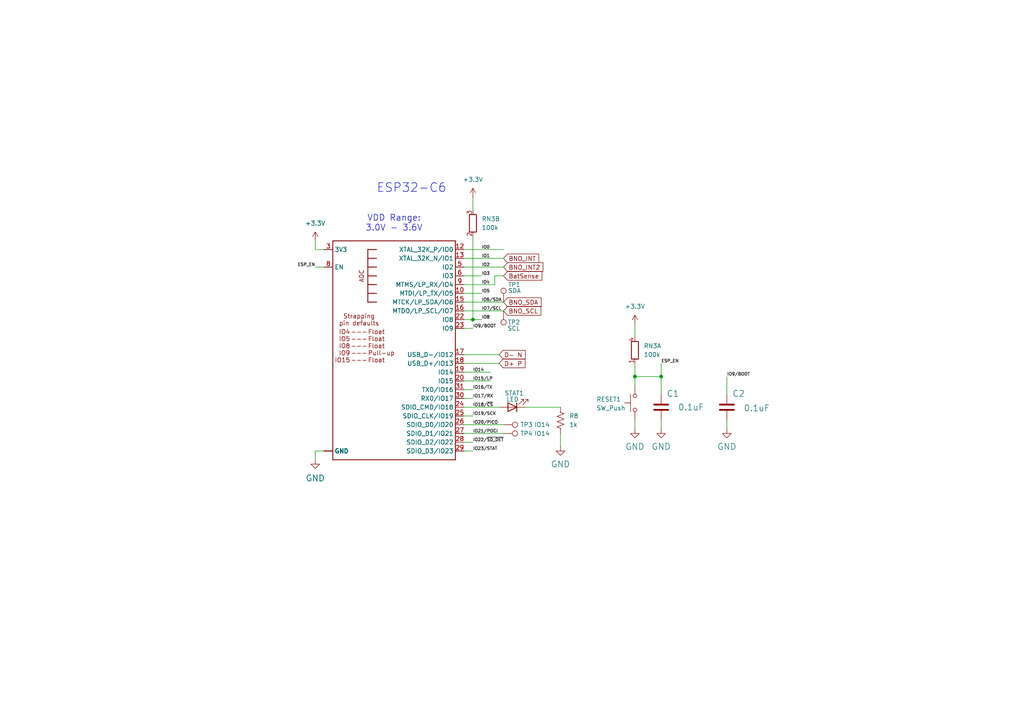
<source format=kicad_sch>
(kicad_sch
	(version 20231120)
	(generator "eeschema")
	(generator_version "8.0")
	(uuid "3edd17f1-d969-451b-9ee0-2404c373306e")
	(paper "A4")
	(lib_symbols
		(symbol "power:+3.3V"
			(power)
			(pin_numbers hide)
			(pin_names
				(offset 0) hide)
			(exclude_from_sim no)
			(in_bom yes)
			(on_board yes)
			(property "Reference" "#PWR"
				(at 0 -3.81 0)
				(effects
					(font
						(size 1.27 1.27)
					)
					(hide yes)
				)
			)
			(property "Value" "+3.3V"
				(at 0 3.556 0)
				(effects
					(font
						(size 1.27 1.27)
					)
				)
			)
			(property "Footprint" ""
				(at 0 0 0)
				(effects
					(font
						(size 1.27 1.27)
					)
					(hide yes)
				)
			)
			(property "Datasheet" ""
				(at 0 0 0)
				(effects
					(font
						(size 1.27 1.27)
					)
					(hide yes)
				)
			)
			(property "Description" "Power symbol creates a global label with name \"+3.3V\""
				(at 0 0 0)
				(effects
					(font
						(size 1.27 1.27)
					)
					(hide yes)
				)
			)
			(property "ki_keywords" "global power"
				(at 0 0 0)
				(effects
					(font
						(size 1.27 1.27)
					)
					(hide yes)
				)
			)
			(symbol "+3.3V_0_1"
				(polyline
					(pts
						(xy -0.762 1.27) (xy 0 2.54)
					)
					(stroke
						(width 0)
						(type default)
					)
					(fill
						(type none)
					)
				)
				(polyline
					(pts
						(xy 0 0) (xy 0 2.54)
					)
					(stroke
						(width 0)
						(type default)
					)
					(fill
						(type none)
					)
				)
				(polyline
					(pts
						(xy 0 2.54) (xy 0.762 1.27)
					)
					(stroke
						(width 0)
						(type default)
					)
					(fill
						(type none)
					)
				)
			)
			(symbol "+3.3V_1_1"
				(pin power_in line
					(at 0 0 90)
					(length 0)
					(name "~"
						(effects
							(font
								(size 1.27 1.27)
							)
						)
					)
					(number "1"
						(effects
							(font
								(size 1.27 1.27)
							)
						)
					)
				)
			)
		)
		(symbol "power:GND"
			(power)
			(pin_numbers hide)
			(pin_names
				(offset 0) hide)
			(exclude_from_sim no)
			(in_bom yes)
			(on_board yes)
			(property "Reference" "#PWR"
				(at 0 -6.35 0)
				(effects
					(font
						(size 1.27 1.27)
					)
					(hide yes)
				)
			)
			(property "Value" "GND"
				(at 0 -3.81 0)
				(effects
					(font
						(size 1.27 1.27)
					)
				)
			)
			(property "Footprint" ""
				(at 0 0 0)
				(effects
					(font
						(size 1.27 1.27)
					)
					(hide yes)
				)
			)
			(property "Datasheet" ""
				(at 0 0 0)
				(effects
					(font
						(size 1.27 1.27)
					)
					(hide yes)
				)
			)
			(property "Description" "Power symbol creates a global label with name \"GND\" , ground"
				(at 0 0 0)
				(effects
					(font
						(size 1.27 1.27)
					)
					(hide yes)
				)
			)
			(property "ki_keywords" "global power"
				(at 0 0 0)
				(effects
					(font
						(size 1.27 1.27)
					)
					(hide yes)
				)
			)
			(symbol "GND_0_1"
				(polyline
					(pts
						(xy 0 0) (xy 0 -1.27) (xy 1.27 -1.27) (xy 0 -2.54) (xy -1.27 -1.27) (xy 0 -1.27)
					)
					(stroke
						(width 0)
						(type default)
					)
					(fill
						(type none)
					)
				)
			)
			(symbol "GND_1_1"
				(pin power_in line
					(at 0 0 270)
					(length 0)
					(name "~"
						(effects
							(font
								(size 1.27 1.27)
							)
						)
					)
					(number "1"
						(effects
							(font
								(size 1.27 1.27)
							)
						)
					)
				)
			)
		)
		(symbol "uSlime:C"
			(pin_numbers hide)
			(pin_names
				(offset 0.254)
			)
			(exclude_from_sim no)
			(in_bom yes)
			(on_board yes)
			(property "Reference" "C"
				(at 0.635 2.54 0)
				(effects
					(font
						(size 1.27 1.27)
					)
					(justify left)
				)
			)
			(property "Value" "C"
				(at 0.635 -2.54 0)
				(effects
					(font
						(size 1.27 1.27)
					)
					(justify left)
				)
			)
			(property "Footprint" "Capacitor_SMD:C_0402_1005Metric"
				(at 0.9652 -3.81 0)
				(effects
					(font
						(size 1.27 1.27)
					)
					(hide yes)
				)
			)
			(property "Datasheet" "~"
				(at 0 0 0)
				(effects
					(font
						(size 1.27 1.27)
					)
					(hide yes)
				)
			)
			(property "Description" "Unpolarized capacitor"
				(at 0 0 0)
				(effects
					(font
						(size 1.27 1.27)
					)
					(hide yes)
				)
			)
			(property "ki_keywords" "cap capacitor"
				(at 0 0 0)
				(effects
					(font
						(size 1.27 1.27)
					)
					(hide yes)
				)
			)
			(property "ki_fp_filters" "C_*"
				(at 0 0 0)
				(effects
					(font
						(size 1.27 1.27)
					)
					(hide yes)
				)
			)
			(symbol "C_0_1"
				(polyline
					(pts
						(xy -2.032 -0.762) (xy 2.032 -0.762)
					)
					(stroke
						(width 0.508)
						(type default)
					)
					(fill
						(type none)
					)
				)
				(polyline
					(pts
						(xy -2.032 0.762) (xy 2.032 0.762)
					)
					(stroke
						(width 0.508)
						(type default)
					)
					(fill
						(type none)
					)
				)
			)
			(symbol "C_1_1"
				(pin passive line
					(at 0 3.81 270)
					(length 2.794)
					(name "~"
						(effects
							(font
								(size 1.27 1.27)
							)
						)
					)
					(number "1"
						(effects
							(font
								(size 1.27 1.27)
							)
						)
					)
				)
				(pin passive line
					(at 0 -3.81 90)
					(length 2.794)
					(name "~"
						(effects
							(font
								(size 1.27 1.27)
							)
						)
					)
					(number "2"
						(effects
							(font
								(size 1.27 1.27)
							)
						)
					)
				)
			)
		)
		(symbol "uSlime:ESP32-C6-MINI-1"
			(exclude_from_sim no)
			(in_bom yes)
			(on_board yes)
			(property "Reference" "U8"
				(at -17.78 33.02 0)
				(effects
					(font
						(size 1.778 1.778)
					)
					(justify left top)
					(hide yes)
				)
			)
			(property "Value" "ESP32-C6-MINI-1"
				(at -17.78 -35.56 0)
				(effects
					(font
						(size 1.778 1.778)
					)
					(justify left bottom)
					(hide yes)
				)
			)
			(property "Footprint" "PCM_Espressif:ESP32-C6-MINI-1"
				(at 0 0 0)
				(effects
					(font
						(size 1.27 1.27)
					)
					(hide yes)
				)
			)
			(property "Datasheet" ""
				(at 0 0 0)
				(effects
					(font
						(size 1.27 1.27)
					)
					(hide yes)
				)
			)
			(property "Description" ""
				(at 0 0 0)
				(effects
					(font
						(size 1.27 1.27)
					)
					(hide yes)
				)
			)
			(symbol "ESP32-C6-MINI-1_1_0"
				(polyline
					(pts
						(xy -17.78 -33.02) (xy 17.78 -33.02)
					)
					(stroke
						(width 0.254)
						(type solid)
					)
					(fill
						(type none)
					)
				)
				(polyline
					(pts
						(xy -17.78 30.48) (xy -17.78 -33.02)
					)
					(stroke
						(width 0.254)
						(type solid)
					)
					(fill
						(type none)
					)
				)
				(polyline
					(pts
						(xy -7.62 12.7) (xy -7.62 15.24)
					)
					(stroke
						(width 0.254)
						(type solid)
					)
					(fill
						(type none)
					)
				)
				(polyline
					(pts
						(xy -7.62 15.24) (xy -7.62 17.78)
					)
					(stroke
						(width 0.254)
						(type solid)
					)
					(fill
						(type none)
					)
				)
				(polyline
					(pts
						(xy -7.62 15.24) (xy -5.08 15.24)
					)
					(stroke
						(width 0.254)
						(type solid)
					)
					(fill
						(type none)
					)
				)
				(polyline
					(pts
						(xy -7.62 17.78) (xy -7.62 20.32)
					)
					(stroke
						(width 0.254)
						(type solid)
					)
					(fill
						(type none)
					)
				)
				(polyline
					(pts
						(xy -7.62 17.78) (xy -5.08 17.78)
					)
					(stroke
						(width 0.254)
						(type solid)
					)
					(fill
						(type none)
					)
				)
				(polyline
					(pts
						(xy -7.62 20.32) (xy -7.62 22.86)
					)
					(stroke
						(width 0.254)
						(type solid)
					)
					(fill
						(type none)
					)
				)
				(polyline
					(pts
						(xy -7.62 20.32) (xy -5.08 20.32)
					)
					(stroke
						(width 0.254)
						(type solid)
					)
					(fill
						(type none)
					)
				)
				(polyline
					(pts
						(xy -7.62 22.86) (xy -7.62 25.4)
					)
					(stroke
						(width 0.254)
						(type solid)
					)
					(fill
						(type none)
					)
				)
				(polyline
					(pts
						(xy -7.62 22.86) (xy -5.08 22.86)
					)
					(stroke
						(width 0.254)
						(type solid)
					)
					(fill
						(type none)
					)
				)
				(polyline
					(pts
						(xy -7.62 25.4) (xy -7.62 27.94)
					)
					(stroke
						(width 0.254)
						(type solid)
					)
					(fill
						(type none)
					)
				)
				(polyline
					(pts
						(xy -7.62 25.4) (xy -5.08 25.4)
					)
					(stroke
						(width 0.254)
						(type solid)
					)
					(fill
						(type none)
					)
				)
				(polyline
					(pts
						(xy -7.62 27.94) (xy -5.08 27.94)
					)
					(stroke
						(width 0.254)
						(type solid)
					)
					(fill
						(type none)
					)
				)
				(polyline
					(pts
						(xy -5.08 12.7) (xy -7.62 12.7)
					)
					(stroke
						(width 0.254)
						(type solid)
					)
					(fill
						(type none)
					)
				)
				(polyline
					(pts
						(xy 17.78 -33.02) (xy 17.78 30.48)
					)
					(stroke
						(width 0.254)
						(type solid)
					)
					(fill
						(type none)
					)
				)
				(polyline
					(pts
						(xy 17.78 30.48) (xy -17.78 30.48)
					)
					(stroke
						(width 0.254)
						(type solid)
					)
					(fill
						(type none)
					)
				)
				(text "---\n---\n---\n---\n---"
					(at -10.16 0 0)
					(effects
						(font
							(size 1.27 1.27)
						)
					)
				)
				(text "ADC"
					(at -10.16 20.32 900)
					(effects
						(font
							(size 1.27 1.27)
						)
						(justify top)
					)
				)
				(text "Float\nFloat\nFloat\nPull-up\nFloat"
					(at -7.62 0 0)
					(effects
						(font
							(size 1.27 1.27)
						)
						(justify left)
					)
				)
				(text "IO4\nIO5\nIO8\nIO9\nIO15"
					(at -12.7 0 0)
					(effects
						(font
							(size 1.27 1.27)
						)
						(justify right)
					)
				)
				(text "Strapping\npin defaults"
					(at -10.16 7.62 0)
					(effects
						(font
							(size 1.27 1.27)
						)
					)
				)
				(pin bidirectional line
					(at -20.32 -30.48 0)
					(length 2.54)
					(name "GND"
						(effects
							(font
								(size 1.27 1.27)
							)
						)
					)
					(number "1"
						(effects
							(font
								(size 0 0)
							)
						)
					)
				)
				(pin bidirectional line
					(at 20.32 15.24 180)
					(length 2.54)
					(name "MTDI/LP_TX/IO5"
						(effects
							(font
								(size 1.27 1.27)
							)
						)
					)
					(number "10"
						(effects
							(font
								(size 1.27 1.27)
							)
						)
					)
				)
				(pin bidirectional line
					(at -20.32 -30.48 0)
					(length 2.54)
					(name "GND"
						(effects
							(font
								(size 1.27 1.27)
							)
						)
					)
					(number "11"
						(effects
							(font
								(size 0 0)
							)
						)
					)
				)
				(pin bidirectional line
					(at 20.32 27.94 180)
					(length 2.54)
					(name "XTAL_32K_P/IO0"
						(effects
							(font
								(size 1.27 1.27)
							)
						)
					)
					(number "12"
						(effects
							(font
								(size 1.27 1.27)
							)
						)
					)
				)
				(pin bidirectional line
					(at 20.32 25.4 180)
					(length 2.54)
					(name "XTAL_32K_N/IO1"
						(effects
							(font
								(size 1.27 1.27)
							)
						)
					)
					(number "13"
						(effects
							(font
								(size 1.27 1.27)
							)
						)
					)
				)
				(pin bidirectional line
					(at -20.32 -30.48 0)
					(length 2.54)
					(name "GND"
						(effects
							(font
								(size 1.27 1.27)
							)
						)
					)
					(number "14"
						(effects
							(font
								(size 0 0)
							)
						)
					)
				)
				(pin bidirectional line
					(at 20.32 12.7 180)
					(length 2.54)
					(name "MTCK/LP_SDA/IO6"
						(effects
							(font
								(size 1.27 1.27)
							)
						)
					)
					(number "15"
						(effects
							(font
								(size 1.27 1.27)
							)
						)
					)
				)
				(pin bidirectional line
					(at 20.32 10.16 180)
					(length 2.54)
					(name "MTDO/LP_SCL/IO7"
						(effects
							(font
								(size 1.27 1.27)
							)
						)
					)
					(number "16"
						(effects
							(font
								(size 1.27 1.27)
							)
						)
					)
				)
				(pin bidirectional line
					(at 20.32 -2.54 180)
					(length 2.54)
					(name "USB_D-/IO12"
						(effects
							(font
								(size 1.27 1.27)
							)
						)
					)
					(number "17"
						(effects
							(font
								(size 1.27 1.27)
							)
						)
					)
				)
				(pin bidirectional line
					(at 20.32 -5.08 180)
					(length 2.54)
					(name "USB_D+/IO13"
						(effects
							(font
								(size 1.27 1.27)
							)
						)
					)
					(number "18"
						(effects
							(font
								(size 1.27 1.27)
							)
						)
					)
				)
				(pin bidirectional line
					(at 20.32 -7.62 180)
					(length 2.54)
					(name "IO14"
						(effects
							(font
								(size 1.27 1.27)
							)
						)
					)
					(number "19"
						(effects
							(font
								(size 1.27 1.27)
							)
						)
					)
				)
				(pin bidirectional line
					(at -20.32 -30.48 0)
					(length 2.54)
					(name "GND"
						(effects
							(font
								(size 1.27 1.27)
							)
						)
					)
					(number "2"
						(effects
							(font
								(size 0 0)
							)
						)
					)
				)
				(pin bidirectional line
					(at 20.32 -10.16 180)
					(length 2.54)
					(name "IO15"
						(effects
							(font
								(size 1.27 1.27)
							)
						)
					)
					(number "20"
						(effects
							(font
								(size 1.27 1.27)
							)
						)
					)
				)
				(pin bidirectional line
					(at 20.32 7.62 180)
					(length 2.54)
					(name "IO8"
						(effects
							(font
								(size 1.27 1.27)
							)
						)
					)
					(number "22"
						(effects
							(font
								(size 1.27 1.27)
							)
						)
					)
				)
				(pin bidirectional line
					(at 20.32 5.08 180)
					(length 2.54)
					(name "IO9"
						(effects
							(font
								(size 1.27 1.27)
							)
						)
					)
					(number "23"
						(effects
							(font
								(size 1.27 1.27)
							)
						)
					)
				)
				(pin bidirectional line
					(at 20.32 -17.78 180)
					(length 2.54)
					(name "SDIO_CMD/IO18"
						(effects
							(font
								(size 1.27 1.27)
							)
						)
					)
					(number "24"
						(effects
							(font
								(size 1.27 1.27)
							)
						)
					)
				)
				(pin bidirectional line
					(at 20.32 -20.32 180)
					(length 2.54)
					(name "SDIO_CLK/IO19"
						(effects
							(font
								(size 1.27 1.27)
							)
						)
					)
					(number "25"
						(effects
							(font
								(size 1.27 1.27)
							)
						)
					)
				)
				(pin bidirectional line
					(at 20.32 -22.86 180)
					(length 2.54)
					(name "SDIO_D0/IO20"
						(effects
							(font
								(size 1.27 1.27)
							)
						)
					)
					(number "26"
						(effects
							(font
								(size 1.27 1.27)
							)
						)
					)
				)
				(pin bidirectional line
					(at 20.32 -25.4 180)
					(length 2.54)
					(name "SDIO_D1/IO21"
						(effects
							(font
								(size 1.27 1.27)
							)
						)
					)
					(number "27"
						(effects
							(font
								(size 1.27 1.27)
							)
						)
					)
				)
				(pin bidirectional line
					(at 20.32 -27.94 180)
					(length 2.54)
					(name "SDIO_D2/IO22"
						(effects
							(font
								(size 1.27 1.27)
							)
						)
					)
					(number "28"
						(effects
							(font
								(size 1.27 1.27)
							)
						)
					)
				)
				(pin bidirectional line
					(at 20.32 -30.48 180)
					(length 2.54)
					(name "SDIO_D3/IO23"
						(effects
							(font
								(size 1.27 1.27)
							)
						)
					)
					(number "29"
						(effects
							(font
								(size 1.27 1.27)
							)
						)
					)
				)
				(pin bidirectional line
					(at -20.32 27.94 0)
					(length 2.54)
					(name "3V3"
						(effects
							(font
								(size 1.27 1.27)
							)
						)
					)
					(number "3"
						(effects
							(font
								(size 1.27 1.27)
							)
						)
					)
				)
				(pin bidirectional line
					(at 20.32 -15.24 180)
					(length 2.54)
					(name "RX0/IO17"
						(effects
							(font
								(size 1.27 1.27)
							)
						)
					)
					(number "30"
						(effects
							(font
								(size 1.27 1.27)
							)
						)
					)
				)
				(pin bidirectional line
					(at 20.32 -12.7 180)
					(length 2.54)
					(name "TX0/IO16"
						(effects
							(font
								(size 1.27 1.27)
							)
						)
					)
					(number "31"
						(effects
							(font
								(size 1.27 1.27)
							)
						)
					)
				)
				(pin bidirectional line
					(at -20.32 -30.48 0)
					(length 2.54)
					(name "GND"
						(effects
							(font
								(size 1.27 1.27)
							)
						)
					)
					(number "36"
						(effects
							(font
								(size 0 0)
							)
						)
					)
				)
				(pin bidirectional line
					(at -20.32 -30.48 0)
					(length 2.54)
					(name "GND"
						(effects
							(font
								(size 1.27 1.27)
							)
						)
					)
					(number "37"
						(effects
							(font
								(size 0 0)
							)
						)
					)
				)
				(pin bidirectional line
					(at -20.32 -30.48 0)
					(length 2.54)
					(name "GND"
						(effects
							(font
								(size 1.27 1.27)
							)
						)
					)
					(number "38"
						(effects
							(font
								(size 0 0)
							)
						)
					)
				)
				(pin bidirectional line
					(at -20.32 -30.48 0)
					(length 2.54)
					(name "GND"
						(effects
							(font
								(size 1.27 1.27)
							)
						)
					)
					(number "39"
						(effects
							(font
								(size 0 0)
							)
						)
					)
				)
				(pin bidirectional line
					(at -20.32 -30.48 0)
					(length 2.54)
					(name "GND"
						(effects
							(font
								(size 1.27 1.27)
							)
						)
					)
					(number "40"
						(effects
							(font
								(size 0 0)
							)
						)
					)
				)
				(pin bidirectional line
					(at -20.32 -30.48 0)
					(length 2.54)
					(name "GND"
						(effects
							(font
								(size 1.27 1.27)
							)
						)
					)
					(number "41"
						(effects
							(font
								(size 0 0)
							)
						)
					)
				)
				(pin bidirectional line
					(at -20.32 -30.48 0)
					(length 2.54)
					(name "GND"
						(effects
							(font
								(size 1.27 1.27)
							)
						)
					)
					(number "42"
						(effects
							(font
								(size 0 0)
							)
						)
					)
				)
				(pin bidirectional line
					(at -20.32 -30.48 0)
					(length 2.54)
					(name "GND"
						(effects
							(font
								(size 1.27 1.27)
							)
						)
					)
					(number "43"
						(effects
							(font
								(size 0 0)
							)
						)
					)
				)
				(pin bidirectional line
					(at -20.32 -30.48 0)
					(length 2.54)
					(name "GND"
						(effects
							(font
								(size 1.27 1.27)
							)
						)
					)
					(number "44"
						(effects
							(font
								(size 0 0)
							)
						)
					)
				)
				(pin bidirectional line
					(at -20.32 -30.48 0)
					(length 2.54)
					(name "GND"
						(effects
							(font
								(size 1.27 1.27)
							)
						)
					)
					(number "45"
						(effects
							(font
								(size 0 0)
							)
						)
					)
				)
				(pin bidirectional line
					(at -20.32 -30.48 0)
					(length 2.54)
					(name "GND"
						(effects
							(font
								(size 1.27 1.27)
							)
						)
					)
					(number "46"
						(effects
							(font
								(size 0 0)
							)
						)
					)
				)
				(pin bidirectional line
					(at -20.32 -30.48 0)
					(length 2.54)
					(name "GND"
						(effects
							(font
								(size 1.27 1.27)
							)
						)
					)
					(number "47"
						(effects
							(font
								(size 0 0)
							)
						)
					)
				)
				(pin bidirectional line
					(at -20.32 -30.48 0)
					(length 2.54)
					(name "GND"
						(effects
							(font
								(size 1.27 1.27)
							)
						)
					)
					(number "48"
						(effects
							(font
								(size 0 0)
							)
						)
					)
				)
				(pin bidirectional line
					(at -20.32 -30.48 0)
					(length 2.54)
					(name "GND"
						(effects
							(font
								(size 1.27 1.27)
							)
						)
					)
					(number "49"
						(effects
							(font
								(size 0 0)
							)
						)
					)
				)
				(pin bidirectional line
					(at 20.32 22.86 180)
					(length 2.54)
					(name "IO2"
						(effects
							(font
								(size 1.27 1.27)
							)
						)
					)
					(number "5"
						(effects
							(font
								(size 1.27 1.27)
							)
						)
					)
				)
				(pin bidirectional line
					(at -20.32 -30.48 0)
					(length 2.54)
					(name "GND"
						(effects
							(font
								(size 1.27 1.27)
							)
						)
					)
					(number "50"
						(effects
							(font
								(size 0 0)
							)
						)
					)
				)
				(pin bidirectional line
					(at -20.32 -30.48 0)
					(length 2.54)
					(name "GND"
						(effects
							(font
								(size 1.27 1.27)
							)
						)
					)
					(number "51"
						(effects
							(font
								(size 0 0)
							)
						)
					)
				)
				(pin bidirectional line
					(at -20.32 -30.48 0)
					(length 2.54)
					(name "GND"
						(effects
							(font
								(size 1.27 1.27)
							)
						)
					)
					(number "52"
						(effects
							(font
								(size 0 0)
							)
						)
					)
				)
				(pin bidirectional line
					(at -20.32 -30.48 0)
					(length 2.54)
					(name "GND"
						(effects
							(font
								(size 1.27 1.27)
							)
						)
					)
					(number "53"
						(effects
							(font
								(size 0 0)
							)
						)
					)
				)
				(pin bidirectional line
					(at 20.32 20.32 180)
					(length 2.54)
					(name "IO3"
						(effects
							(font
								(size 1.27 1.27)
							)
						)
					)
					(number "6"
						(effects
							(font
								(size 1.27 1.27)
							)
						)
					)
				)
				(pin bidirectional line
					(at -20.32 22.86 0)
					(length 2.54)
					(name "EN"
						(effects
							(font
								(size 1.27 1.27)
							)
						)
					)
					(number "8"
						(effects
							(font
								(size 1.27 1.27)
							)
						)
					)
				)
				(pin bidirectional line
					(at 20.32 17.78 180)
					(length 2.54)
					(name "MTMS/LP_RX/IO4"
						(effects
							(font
								(size 1.27 1.27)
							)
						)
					)
					(number "9"
						(effects
							(font
								(size 1.27 1.27)
							)
						)
					)
				)
			)
		)
		(symbol "uSlime:LED"
			(pin_numbers hide)
			(pin_names
				(offset 1.016) hide)
			(exclude_from_sim no)
			(in_bom yes)
			(on_board yes)
			(property "Reference" "D"
				(at 0 2.54 0)
				(effects
					(font
						(size 1.27 1.27)
					)
				)
			)
			(property "Value" "LED"
				(at 0 -2.54 0)
				(effects
					(font
						(size 1.27 1.27)
					)
				)
			)
			(property "Footprint" "LED_SMD:LED_0402_1005Metric"
				(at 0 0 0)
				(effects
					(font
						(size 1.27 1.27)
					)
					(hide yes)
				)
			)
			(property "Datasheet" "~"
				(at 0 0 0)
				(effects
					(font
						(size 1.27 1.27)
					)
					(hide yes)
				)
			)
			(property "Description" "Light emitting diode"
				(at 0 0 0)
				(effects
					(font
						(size 1.27 1.27)
					)
					(hide yes)
				)
			)
			(property "ki_keywords" "LED diode"
				(at 0 0 0)
				(effects
					(font
						(size 1.27 1.27)
					)
					(hide yes)
				)
			)
			(property "ki_fp_filters" "LED* LED_SMD:* LED_THT:*"
				(at 0 0 0)
				(effects
					(font
						(size 1.27 1.27)
					)
					(hide yes)
				)
			)
			(symbol "LED_0_1"
				(polyline
					(pts
						(xy -1.27 -1.27) (xy -1.27 1.27)
					)
					(stroke
						(width 0.254)
						(type default)
					)
					(fill
						(type none)
					)
				)
				(polyline
					(pts
						(xy -1.27 0) (xy 1.27 0)
					)
					(stroke
						(width 0)
						(type default)
					)
					(fill
						(type none)
					)
				)
				(polyline
					(pts
						(xy 1.27 -1.27) (xy 1.27 1.27) (xy -1.27 0) (xy 1.27 -1.27)
					)
					(stroke
						(width 0.254)
						(type default)
					)
					(fill
						(type none)
					)
				)
				(polyline
					(pts
						(xy -3.048 -0.762) (xy -4.572 -2.286) (xy -3.81 -2.286) (xy -4.572 -2.286) (xy -4.572 -1.524)
					)
					(stroke
						(width 0)
						(type default)
					)
					(fill
						(type none)
					)
				)
				(polyline
					(pts
						(xy -1.778 -0.762) (xy -3.302 -2.286) (xy -2.54 -2.286) (xy -3.302 -2.286) (xy -3.302 -1.524)
					)
					(stroke
						(width 0)
						(type default)
					)
					(fill
						(type none)
					)
				)
			)
			(symbol "LED_1_1"
				(pin passive line
					(at -3.81 0 0)
					(length 2.54)
					(name "K"
						(effects
							(font
								(size 1.27 1.27)
							)
						)
					)
					(number "1"
						(effects
							(font
								(size 1.27 1.27)
							)
						)
					)
				)
				(pin passive line
					(at 3.81 0 180)
					(length 2.54)
					(name "A"
						(effects
							(font
								(size 1.27 1.27)
							)
						)
					)
					(number "2"
						(effects
							(font
								(size 1.27 1.27)
							)
						)
					)
				)
			)
		)
		(symbol "uSlime:R_Pack02_Split"
			(pin_names
				(offset 0) hide)
			(exclude_from_sim no)
			(in_bom yes)
			(on_board yes)
			(property "Reference" "RN"
				(at 2.032 0 90)
				(effects
					(font
						(size 1.27 1.27)
					)
				)
			)
			(property "Value" "R_Pack02_Split"
				(at 0 0 90)
				(effects
					(font
						(size 1.27 1.27)
					)
				)
			)
			(property "Footprint" "Resistor_SMD:R_Array_Convex_2x0402"
				(at -2.032 0 90)
				(effects
					(font
						(size 1.27 1.27)
					)
					(hide yes)
				)
			)
			(property "Datasheet" "~"
				(at 0 0 0)
				(effects
					(font
						(size 1.27 1.27)
					)
					(hide yes)
				)
			)
			(property "Description" "2 resistor network, parallel topology, split"
				(at 0 0 0)
				(effects
					(font
						(size 1.27 1.27)
					)
					(hide yes)
				)
			)
			(property "ki_keywords" "R network parallel topology isolated"
				(at 0 0 0)
				(effects
					(font
						(size 1.27 1.27)
					)
					(hide yes)
				)
			)
			(property "ki_fp_filters" "DIP* SOIC* R*Array*Concave* R*Array*Convex*"
				(at 0 0 0)
				(effects
					(font
						(size 1.27 1.27)
					)
					(hide yes)
				)
			)
			(symbol "R_Pack02_Split_0_1"
				(rectangle
					(start 1.016 2.54)
					(end -1.016 -2.54)
					(stroke
						(width 0.254)
						(type default)
					)
					(fill
						(type none)
					)
				)
			)
			(symbol "R_Pack02_Split_1_1"
				(pin passive line
					(at 0 -3.81 90)
					(length 1.27)
					(name "R1.1"
						(effects
							(font
								(size 1.27 1.27)
							)
						)
					)
					(number "1"
						(effects
							(font
								(size 1.27 1.27)
							)
						)
					)
				)
				(pin passive line
					(at 0 3.81 270)
					(length 1.27)
					(name "R1.2"
						(effects
							(font
								(size 1.27 1.27)
							)
						)
					)
					(number "4"
						(effects
							(font
								(size 1.27 1.27)
							)
						)
					)
				)
			)
			(symbol "R_Pack02_Split_2_1"
				(pin passive line
					(at 0 -3.81 90)
					(length 1.27)
					(name "R2.1"
						(effects
							(font
								(size 1.27 1.27)
							)
						)
					)
					(number "2"
						(effects
							(font
								(size 1.27 1.27)
							)
						)
					)
				)
				(pin passive line
					(at 0 3.81 270)
					(length 1.27)
					(name "R2.2"
						(effects
							(font
								(size 1.27 1.27)
							)
						)
					)
					(number "3"
						(effects
							(font
								(size 1.27 1.27)
							)
						)
					)
				)
			)
		)
		(symbol "uSlime:R_US"
			(pin_numbers hide)
			(pin_names
				(offset 0)
			)
			(exclude_from_sim no)
			(in_bom yes)
			(on_board yes)
			(property "Reference" "R"
				(at 2.54 0 90)
				(effects
					(font
						(size 1.27 1.27)
					)
				)
			)
			(property "Value" "R_US"
				(at -2.54 0 90)
				(effects
					(font
						(size 1.27 1.27)
					)
				)
			)
			(property "Footprint" "Resistor_SMD:R_0402_1005Metric"
				(at 1.016 -0.254 90)
				(effects
					(font
						(size 1.27 1.27)
					)
					(hide yes)
				)
			)
			(property "Datasheet" "~"
				(at 0 0 0)
				(effects
					(font
						(size 1.27 1.27)
					)
					(hide yes)
				)
			)
			(property "Description" "Resistor, US symbol"
				(at 0 0 0)
				(effects
					(font
						(size 1.27 1.27)
					)
					(hide yes)
				)
			)
			(property "ki_keywords" "R res resistor"
				(at 0 0 0)
				(effects
					(font
						(size 1.27 1.27)
					)
					(hide yes)
				)
			)
			(property "ki_fp_filters" "R_*"
				(at 0 0 0)
				(effects
					(font
						(size 1.27 1.27)
					)
					(hide yes)
				)
			)
			(symbol "R_US_0_1"
				(polyline
					(pts
						(xy 0 -2.286) (xy 0 -2.54)
					)
					(stroke
						(width 0)
						(type default)
					)
					(fill
						(type none)
					)
				)
				(polyline
					(pts
						(xy 0 2.286) (xy 0 2.54)
					)
					(stroke
						(width 0)
						(type default)
					)
					(fill
						(type none)
					)
				)
				(polyline
					(pts
						(xy 0 -0.762) (xy 1.016 -1.143) (xy 0 -1.524) (xy -1.016 -1.905) (xy 0 -2.286)
					)
					(stroke
						(width 0)
						(type default)
					)
					(fill
						(type none)
					)
				)
				(polyline
					(pts
						(xy 0 0.762) (xy 1.016 0.381) (xy 0 0) (xy -1.016 -0.381) (xy 0 -0.762)
					)
					(stroke
						(width 0)
						(type default)
					)
					(fill
						(type none)
					)
				)
				(polyline
					(pts
						(xy 0 2.286) (xy 1.016 1.905) (xy 0 1.524) (xy -1.016 1.143) (xy 0 0.762)
					)
					(stroke
						(width 0)
						(type default)
					)
					(fill
						(type none)
					)
				)
			)
			(symbol "R_US_1_1"
				(pin passive line
					(at 0 3.81 270)
					(length 1.27)
					(name "~"
						(effects
							(font
								(size 1.27 1.27)
							)
						)
					)
					(number "1"
						(effects
							(font
								(size 1.27 1.27)
							)
						)
					)
				)
				(pin passive line
					(at 0 -3.81 90)
					(length 1.27)
					(name "~"
						(effects
							(font
								(size 1.27 1.27)
							)
						)
					)
					(number "2"
						(effects
							(font
								(size 1.27 1.27)
							)
						)
					)
				)
			)
		)
		(symbol "uSlime:SW_Push"
			(pin_numbers hide)
			(pin_names
				(offset 1.016) hide)
			(exclude_from_sim no)
			(in_bom yes)
			(on_board yes)
			(property "Reference" "RESET"
				(at 1.2701 -1.27 90)
				(effects
					(font
						(size 1.27 1.27)
					)
					(justify right)
				)
			)
			(property "Value" "SW_Push"
				(at -1.2699 -1.27 90)
				(effects
					(font
						(size 1.27 1.27)
					)
					(justify right)
				)
			)
			(property "Footprint" "Button_Switch_SMD:SW_SPST_B3U-1000P-B"
				(at 0 5.08 0)
				(effects
					(font
						(size 1.27 1.27)
					)
					(hide yes)
				)
			)
			(property "Datasheet" "~"
				(at 0 5.08 0)
				(effects
					(font
						(size 1.27 1.27)
					)
					(hide yes)
				)
			)
			(property "Description" "Push button switch, generic, two pins"
				(at 0 0 0)
				(effects
					(font
						(size 1.27 1.27)
					)
					(hide yes)
				)
			)
			(property "ki_keywords" "switch normally-open pushbutton push-button"
				(at 0 0 0)
				(effects
					(font
						(size 1.27 1.27)
					)
					(hide yes)
				)
			)
			(symbol "SW_Push_0_1"
				(circle
					(center -2.032 0)
					(radius 0.508)
					(stroke
						(width 0)
						(type default)
					)
					(fill
						(type none)
					)
				)
				(polyline
					(pts
						(xy 0 1.27) (xy 0 3.048)
					)
					(stroke
						(width 0)
						(type default)
					)
					(fill
						(type none)
					)
				)
				(polyline
					(pts
						(xy 2.54 1.27) (xy -2.54 1.27)
					)
					(stroke
						(width 0)
						(type default)
					)
					(fill
						(type none)
					)
				)
				(circle
					(center 2.032 0)
					(radius 0.508)
					(stroke
						(width 0)
						(type default)
					)
					(fill
						(type none)
					)
				)
				(pin passive line
					(at -5.08 0 0)
					(length 2.54)
					(name "1"
						(effects
							(font
								(size 1.27 1.27)
							)
						)
					)
					(number "1"
						(effects
							(font
								(size 1.27 1.27)
							)
						)
					)
				)
				(pin passive line
					(at 5.08 0 180)
					(length 2.54)
					(name "2"
						(effects
							(font
								(size 1.27 1.27)
							)
						)
					)
					(number "2"
						(effects
							(font
								(size 1.27 1.27)
							)
						)
					)
				)
			)
		)
		(symbol "uSlime:TestPoint"
			(pin_numbers hide)
			(pin_names
				(offset 0.762) hide)
			(exclude_from_sim no)
			(in_bom yes)
			(on_board yes)
			(property "Reference" "TP1"
				(at 0 4.826 90)
				(effects
					(font
						(size 1.27 1.27)
					)
					(justify left)
				)
			)
			(property "Value" "TestPoint"
				(at 0 8.636 90)
				(effects
					(font
						(size 1.27 1.27)
					)
					(justify left)
				)
			)
			(property "Footprint" "TestPoint:TestPoint_Pad_2.0x2.0mm"
				(at 5.08 0 0)
				(effects
					(font
						(size 1.27 1.27)
					)
					(hide yes)
				)
			)
			(property "Datasheet" "~"
				(at 5.08 0 0)
				(effects
					(font
						(size 1.27 1.27)
					)
					(hide yes)
				)
			)
			(property "Description" "test point"
				(at 0 0 0)
				(effects
					(font
						(size 1.27 1.27)
					)
					(hide yes)
				)
			)
			(property "ki_keywords" "test point tp"
				(at 0 0 0)
				(effects
					(font
						(size 1.27 1.27)
					)
					(hide yes)
				)
			)
			(property "ki_fp_filters" "Pin* Test*"
				(at 0 0 0)
				(effects
					(font
						(size 1.27 1.27)
					)
					(hide yes)
				)
			)
			(symbol "TestPoint_0_1"
				(circle
					(center 0 3.302)
					(radius 0.762)
					(stroke
						(width 0)
						(type default)
					)
					(fill
						(type none)
					)
				)
			)
			(symbol "TestPoint_1_1"
				(pin passive line
					(at 0 0 90)
					(length 2.54)
					(name "1"
						(effects
							(font
								(size 1.27 1.27)
							)
						)
					)
					(number "1"
						(effects
							(font
								(size 1.27 1.27)
							)
						)
					)
				)
			)
		)
	)
	(junction
		(at 137.16 92.71)
		(diameter 0)
		(color 0 0 0 0)
		(uuid "17fddddb-adb4-4011-b7e2-aef84f5e55be")
	)
	(junction
		(at 191.77 109.22)
		(diameter 0)
		(color 0 0 0 0)
		(uuid "93429a4f-8ea8-46c7-baac-96f33c82bf5c")
	)
	(junction
		(at 184.15 109.22)
		(diameter 0)
		(color 0 0 0 0)
		(uuid "abd0a85b-d18f-4e87-9e26-c6b28c11ae3e")
	)
	(wire
		(pts
			(xy 143.51 82.55) (xy 139.7 82.55)
		)
		(stroke
			(width 0)
			(type default)
		)
		(uuid "0722b54e-d0a6-440d-9b4c-8169a744a45d")
	)
	(wire
		(pts
			(xy 139.7 92.71) (xy 137.16 92.71)
		)
		(stroke
			(width 0.1524)
			(type solid)
		)
		(uuid "182e435e-795d-4254-8210-58565eeb1af6")
	)
	(wire
		(pts
			(xy 134.62 87.63) (xy 139.7 87.63)
		)
		(stroke
			(width 0.1524)
			(type solid)
		)
		(uuid "1d6b12a1-80bf-48ba-9e2a-e5c1871af5ab")
	)
	(wire
		(pts
			(xy 184.15 111.76) (xy 184.15 109.22)
		)
		(stroke
			(width 0.1524)
			(type solid)
		)
		(uuid "25093c48-e0d6-4479-b790-ace2f6920b5e")
	)
	(wire
		(pts
			(xy 162.56 129.54) (xy 162.56 125.73)
		)
		(stroke
			(width 0)
			(type default)
		)
		(uuid "260f17ef-7abd-4e6d-a478-7a05adb234f9")
	)
	(wire
		(pts
			(xy 134.62 82.55) (xy 139.7 82.55)
		)
		(stroke
			(width 0.1524)
			(type solid)
		)
		(uuid "290f1ebd-d5f6-4c53-87dd-a39dc1cd2c9c")
	)
	(wire
		(pts
			(xy 134.62 128.27) (xy 137.16 128.27)
		)
		(stroke
			(width 0.1524)
			(type solid)
		)
		(uuid "2d7591b0-862c-4d03-be46-58bc0d4f2d90")
	)
	(wire
		(pts
			(xy 134.62 118.11) (xy 144.78 118.11)
		)
		(stroke
			(width 0.1524)
			(type solid)
		)
		(uuid "355aa8b7-8ae2-49ba-813a-be25ef562ab4")
	)
	(wire
		(pts
			(xy 134.62 107.95) (xy 142.24 107.95)
		)
		(stroke
			(width 0)
			(type default)
		)
		(uuid "39e77305-a1f4-45bf-bbc3-ef9464198d1a")
	)
	(wire
		(pts
			(xy 191.77 109.22) (xy 184.15 109.22)
		)
		(stroke
			(width 0.1524)
			(type solid)
		)
		(uuid "3c2cfb0c-e30b-4398-92ea-f45c75e509d7")
	)
	(wire
		(pts
			(xy 134.62 74.93) (xy 146.05 74.93)
		)
		(stroke
			(width 0.1524)
			(type solid)
		)
		(uuid "459aa5be-f5db-4e97-a1b0-a945142fb3a9")
	)
	(wire
		(pts
			(xy 137.16 57.15) (xy 137.16 60.96)
		)
		(stroke
			(width 0.1524)
			(type solid)
		)
		(uuid "4b33a2ee-1893-4948-9032-3fc4de8d9c6d")
	)
	(wire
		(pts
			(xy 134.62 80.01) (xy 139.7 80.01)
		)
		(stroke
			(width 0.1524)
			(type solid)
		)
		(uuid "4b735647-7bc9-4cae-a28d-1038c342f628")
	)
	(wire
		(pts
			(xy 139.7 77.47) (xy 146.05 77.47)
		)
		(stroke
			(width 0)
			(type default)
		)
		(uuid "4df4ed0e-b003-410e-96d5-6f62df05aeea")
	)
	(wire
		(pts
			(xy 134.62 92.71) (xy 137.16 92.71)
		)
		(stroke
			(width 0.1524)
			(type solid)
		)
		(uuid "50bb4960-3ef1-46be-ba26-109f6140891a")
	)
	(wire
		(pts
			(xy 134.62 85.09) (xy 139.7 85.09)
		)
		(stroke
			(width 0.1524)
			(type solid)
		)
		(uuid "54a9d4c3-41ad-42f6-8375-b927d8840b91")
	)
	(wire
		(pts
			(xy 146.05 80.01) (xy 143.51 80.01)
		)
		(stroke
			(width 0)
			(type default)
		)
		(uuid "5e4e343c-5606-43c1-8867-4a05a8bd04b6")
	)
	(wire
		(pts
			(xy 210.82 124.46) (xy 210.82 121.92)
		)
		(stroke
			(width 0.1524)
			(type solid)
		)
		(uuid "5ec65239-3508-4709-9bab-8f228d26a389")
	)
	(wire
		(pts
			(xy 134.62 77.47) (xy 139.7 77.47)
		)
		(stroke
			(width 0.1524)
			(type solid)
		)
		(uuid "6a44ff6e-ccb8-435f-aff2-4a71c30e76b3")
	)
	(wire
		(pts
			(xy 134.62 123.19) (xy 137.16 123.19)
		)
		(stroke
			(width 0.1524)
			(type solid)
		)
		(uuid "6e408007-5594-406a-a69a-043a5af2e383")
	)
	(wire
		(pts
			(xy 137.16 125.73) (xy 146.05 125.73)
		)
		(stroke
			(width 0)
			(type default)
		)
		(uuid "7050926f-2ab0-4738-83d5-108e7dc7ff73")
	)
	(wire
		(pts
			(xy 143.51 80.01) (xy 143.51 82.55)
		)
		(stroke
			(width 0)
			(type default)
		)
		(uuid "73c85438-dd9b-47c7-b5ce-7c9f5027e1d0")
	)
	(wire
		(pts
			(xy 137.16 110.49) (xy 142.24 110.49)
		)
		(stroke
			(width 0)
			(type default)
		)
		(uuid "73f7a412-a491-49b4-9732-b4da12aef737")
	)
	(wire
		(pts
			(xy 191.77 114.3) (xy 191.77 109.22)
		)
		(stroke
			(width 0.1524)
			(type solid)
		)
		(uuid "79813e94-6c0d-4150-94ea-eb37e3fb5ad2")
	)
	(wire
		(pts
			(xy 134.62 72.39) (xy 146.05 72.39)
		)
		(stroke
			(width 0.1524)
			(type solid)
		)
		(uuid "7c531a08-93d7-43bc-a532-e963915f9a5e")
	)
	(wire
		(pts
			(xy 191.77 124.46) (xy 191.77 121.92)
		)
		(stroke
			(width 0.1524)
			(type solid)
		)
		(uuid "7f04c364-b934-457f-8149-347fe3efc6c2")
	)
	(wire
		(pts
			(xy 184.15 124.46) (xy 184.15 121.92)
		)
		(stroke
			(width 0.1524)
			(type solid)
		)
		(uuid "81642002-fced-414e-baa2-b3ece12bc700")
	)
	(wire
		(pts
			(xy 134.62 130.81) (xy 137.16 130.81)
		)
		(stroke
			(width 0.1524)
			(type solid)
		)
		(uuid "856d57a7-2b45-4fc7-999e-479c190df548")
	)
	(wire
		(pts
			(xy 134.62 120.65) (xy 137.16 120.65)
		)
		(stroke
			(width 0.1524)
			(type solid)
		)
		(uuid "85e23ef9-f488-4c37-a899-0aa06fe5aa50")
	)
	(wire
		(pts
			(xy 93.98 130.81) (xy 91.44 130.81)
		)
		(stroke
			(width 0.1524)
			(type solid)
		)
		(uuid "8b7b9db0-3899-47e6-9914-e1872aeac6c1")
	)
	(wire
		(pts
			(xy 162.56 118.11) (xy 152.4 118.11)
		)
		(stroke
			(width 0)
			(type default)
		)
		(uuid "8c641268-4ba1-450c-afdd-9ef407366171")
	)
	(wire
		(pts
			(xy 184.15 109.22) (xy 184.15 106.68)
		)
		(stroke
			(width 0.1524)
			(type solid)
		)
		(uuid "8d1ec987-67ca-409b-912e-b5bbecdf0956")
	)
	(wire
		(pts
			(xy 93.98 72.39) (xy 91.44 72.39)
		)
		(stroke
			(width 0.1524)
			(type solid)
		)
		(uuid "8d3101e9-ac81-4d9b-8db6-3084e5ed6257")
	)
	(wire
		(pts
			(xy 139.7 90.17) (xy 146.05 90.17)
		)
		(stroke
			(width 0)
			(type default)
		)
		(uuid "9b9beefe-b2d6-46ea-8c9a-ae104c9e589e")
	)
	(wire
		(pts
			(xy 139.7 90.17) (xy 134.62 90.17)
		)
		(stroke
			(width 0.1524)
			(type solid)
		)
		(uuid "9c0ff014-21dd-4aa3-9ba4-daf6a611224f")
	)
	(wire
		(pts
			(xy 134.62 115.57) (xy 137.16 115.57)
		)
		(stroke
			(width 0.1524)
			(type solid)
		)
		(uuid "9c6ccc3c-155c-482e-b40b-fedd807e5084")
	)
	(wire
		(pts
			(xy 139.7 87.63) (xy 146.05 87.63)
		)
		(stroke
			(width 0)
			(type default)
		)
		(uuid "a20ef0cb-27b4-4633-a04e-2a1331bd7bf5")
	)
	(wire
		(pts
			(xy 137.16 68.58) (xy 137.16 92.71)
		)
		(stroke
			(width 0.1524)
			(type solid)
		)
		(uuid "b2cc9804-e176-474c-9e15-e9fe9bd48505")
	)
	(wire
		(pts
			(xy 137.16 123.19) (xy 146.05 123.19)
		)
		(stroke
			(width 0)
			(type default)
		)
		(uuid "b6b2b316-996b-4ae5-89dc-dc4b07cded22")
	)
	(wire
		(pts
			(xy 91.44 72.39) (xy 91.44 69.85)
		)
		(stroke
			(width 0.1524)
			(type solid)
		)
		(uuid "c12e79ac-996c-4caa-8c94-9996d5e63928")
	)
	(wire
		(pts
			(xy 134.62 113.03) (xy 137.16 113.03)
		)
		(stroke
			(width 0.1524)
			(type solid)
		)
		(uuid "c2faccba-0bf7-46a2-adb6-832e2941ab18")
	)
	(wire
		(pts
			(xy 91.44 130.81) (xy 91.44 133.35)
		)
		(stroke
			(width 0.1524)
			(type solid)
		)
		(uuid "ce1ffd85-b44c-45d5-b3c0-25059035252a")
	)
	(wire
		(pts
			(xy 134.62 110.49) (xy 137.16 110.49)
		)
		(stroke
			(width 0.1524)
			(type solid)
		)
		(uuid "d0b6d5d1-df73-4d77-ae41-94949d896748")
	)
	(wire
		(pts
			(xy 134.62 102.87) (xy 144.78 102.87)
		)
		(stroke
			(width 0.1524)
			(type solid)
		)
		(uuid "d15f930c-ea53-4c84-a0c3-1aa578c65071")
	)
	(wire
		(pts
			(xy 184.15 93.98) (xy 184.15 97.79)
		)
		(stroke
			(width 0.1524)
			(type solid)
		)
		(uuid "d2abaf1e-e877-4f27-ae0d-e29c33e3e339")
	)
	(wire
		(pts
			(xy 191.77 105.41) (xy 191.77 109.22)
		)
		(stroke
			(width 0.1524)
			(type solid)
		)
		(uuid "d4f7898f-d22e-41d6-a29b-c2e326ef0823")
	)
	(wire
		(pts
			(xy 134.62 125.73) (xy 137.16 125.73)
		)
		(stroke
			(width 0.1524)
			(type solid)
		)
		(uuid "d58fd858-738d-48c1-86e6-d3015069c573")
	)
	(wire
		(pts
			(xy 210.82 109.22) (xy 210.82 114.3)
		)
		(stroke
			(width 0.1524)
			(type solid)
		)
		(uuid "da4f223a-5628-4222-ac79-98feb901e7bc")
	)
	(wire
		(pts
			(xy 134.62 95.25) (xy 137.16 95.25)
		)
		(stroke
			(width 0.1524)
			(type solid)
		)
		(uuid "df260669-4798-4807-906b-da1218475a9c")
	)
	(wire
		(pts
			(xy 184.15 105.41) (xy 184.15 106.68)
		)
		(stroke
			(width 0)
			(type default)
		)
		(uuid "e719bb2f-14bf-4e29-a549-031ff21773b3")
	)
	(wire
		(pts
			(xy 134.62 105.41) (xy 144.78 105.41)
		)
		(stroke
			(width 0.1524)
			(type solid)
		)
		(uuid "ec05cbcf-42fc-4cc2-8307-98e8c0851403")
	)
	(wire
		(pts
			(xy 93.98 77.47) (xy 91.44 77.47)
		)
		(stroke
			(width 0.1524)
			(type solid)
		)
		(uuid "f7a2926b-fd78-41a4-a728-45f82e2f9efd")
	)
	(text "ESP32-C6"
		(exclude_from_sim no)
		(at 119.38 54.61 0)
		(effects
			(font
				(size 2.54 2.54)
			)
		)
		(uuid "61af3bb9-d1c5-4bb6-a56e-6d19062bcce2")
	)
	(text "VDD Range:\n3.0V - 3.6V"
		(exclude_from_sim no)
		(at 114.3 64.77 0)
		(effects
			(font
				(size 1.778 1.778)
			)
		)
		(uuid "da986f98-2665-4f13-9235-4cbf289d48c6")
	)
	(label "IO15{slash}LP"
		(at 137.16 110.49 0)
		(fields_autoplaced yes)
		(effects
			(font
				(size 0.889 0.889)
			)
			(justify left bottom)
		)
		(uuid "0769989c-57b4-4a1c-90e6-056be775e700")
	)
	(label "IO5"
		(at 139.7 85.09 0)
		(fields_autoplaced yes)
		(effects
			(font
				(size 0.889 0.889)
			)
			(justify left bottom)
		)
		(uuid "078385ad-d60d-4a5e-be24-21925f322a2f")
	)
	(label "IO8"
		(at 139.7 92.71 0)
		(fields_autoplaced yes)
		(effects
			(font
				(size 0.889 0.889)
			)
			(justify left bottom)
		)
		(uuid "0cad077a-a54d-42f4-9524-b53cd7560ed0")
	)
	(label "IO9/BOOT"
		(at 137.16 95.25 0)
		(fields_autoplaced yes)
		(effects
			(font
				(size 0.889 0.889)
			)
			(justify left bottom)
		)
		(uuid "18d0778b-fa06-4c66-954f-2e12b7052aa9")
	)
	(label "IO18/~{CS}"
		(at 137.16 118.11 0)
		(fields_autoplaced yes)
		(effects
			(font
				(size 0.889 0.889)
			)
			(justify left bottom)
		)
		(uuid "28890558-3ef9-446a-8804-2dcdfd5502e6")
	)
	(label "IO21/POCI"
		(at 137.16 125.73 0)
		(fields_autoplaced yes)
		(effects
			(font
				(size 0.889 0.889)
			)
			(justify left bottom)
		)
		(uuid "2ac16ed1-d23b-49fc-82c8-c2785556bb92")
	)
	(label "IO0"
		(at 139.7 72.39 0)
		(fields_autoplaced yes)
		(effects
			(font
				(size 0.889 0.889)
			)
			(justify left bottom)
		)
		(uuid "5f2caeae-b381-419d-9ecd-e4bb2fccef4b")
	)
	(label "IO19/SCK"
		(at 137.16 120.65 0)
		(fields_autoplaced yes)
		(effects
			(font
				(size 0.889 0.889)
			)
			(justify left bottom)
		)
		(uuid "64b02bbc-0d34-4703-af7a-6f91e8a764eb")
	)
	(label "IO20/PICO"
		(at 137.16 123.19 0)
		(fields_autoplaced yes)
		(effects
			(font
				(size 0.889 0.889)
			)
			(justify left bottom)
		)
		(uuid "8e392e86-3134-45df-b429-5b8a9a80602e")
	)
	(label "IO16/TX"
		(at 137.16 113.03 0)
		(fields_autoplaced yes)
		(effects
			(font
				(size 0.889 0.889)
			)
			(justify left bottom)
		)
		(uuid "90dccfbc-1a54-4d9c-96d5-c72461f71752")
	)
	(label "IO14"
		(at 137.16 107.95 0)
		(fields_autoplaced yes)
		(effects
			(font
				(size 0.889 0.889)
			)
			(justify left bottom)
		)
		(uuid "99f3e547-9847-4814-92fe-e934a17747aa")
	)
	(label "IO2"
		(at 139.7 77.47 0)
		(fields_autoplaced yes)
		(effects
			(font
				(size 0.889 0.889)
			)
			(justify left bottom)
		)
		(uuid "9b73838b-b2de-4b26-b056-13ce2c837f59")
	)
	(label "ESP_EN"
		(at 91.44 77.47 180)
		(fields_autoplaced yes)
		(effects
			(font
				(size 0.889 0.889)
			)
			(justify right bottom)
		)
		(uuid "af277e2c-7e77-4873-b82e-93d7ae2e19d7")
	)
	(label "IO9{slash}BOOT"
		(at 210.82 109.22 0)
		(fields_autoplaced yes)
		(effects
			(font
				(size 0.889 0.889)
			)
			(justify left bottom)
		)
		(uuid "c21992ff-ae2e-4605-ad81-1ae8404dda12")
	)
	(label "IO4"
		(at 139.7 82.55 0)
		(fields_autoplaced yes)
		(effects
			(font
				(size 0.889 0.889)
			)
			(justify left bottom)
		)
		(uuid "cd3d51fb-9546-4e22-bed3-8c0c4f9a0c54")
	)
	(label "IO3"
		(at 139.7 80.01 0)
		(fields_autoplaced yes)
		(effects
			(font
				(size 0.889 0.889)
			)
			(justify left bottom)
		)
		(uuid "d04ab87d-d50b-421c-ad08-7ac6499b202b")
	)
	(label "ESP_EN"
		(at 191.77 105.41 0)
		(fields_autoplaced yes)
		(effects
			(font
				(size 0.889 0.889)
			)
			(justify left bottom)
		)
		(uuid "d44a8645-cc6d-476c-8250-b5cdb6c3bb96")
	)
	(label "IO23/STAT"
		(at 137.16 130.81 0)
		(fields_autoplaced yes)
		(effects
			(font
				(size 0.889 0.889)
			)
			(justify left bottom)
		)
		(uuid "d4c1ee5f-d70d-4784-bf7c-75bfc54a7af5")
	)
	(label "IO17/RX"
		(at 137.16 115.57 0)
		(fields_autoplaced yes)
		(effects
			(font
				(size 0.889 0.889)
			)
			(justify left bottom)
		)
		(uuid "e321f631-49d6-4ece-bf8e-498470b95fb8")
	)
	(label "IO7/SCL"
		(at 139.7 90.17 0)
		(fields_autoplaced yes)
		(effects
			(font
				(size 0.889 0.889)
			)
			(justify left bottom)
		)
		(uuid "e66b046b-b6c5-49e4-9fc2-0b9ecd5311ab")
	)
	(label "IO1"
		(at 139.7 74.93 0)
		(fields_autoplaced yes)
		(effects
			(font
				(size 0.889 0.889)
			)
			(justify left bottom)
		)
		(uuid "e8bceecd-d18f-4e6e-9479-b68a54dac1b9")
	)
	(label "IO6/SDA"
		(at 139.7 87.63 0)
		(fields_autoplaced yes)
		(effects
			(font
				(size 0.889 0.889)
			)
			(justify left bottom)
		)
		(uuid "fba6a230-f37f-4369-8038-5d9be989e39b")
	)
	(label "IO22/~{SD_DET}"
		(at 137.16 128.27 0)
		(fields_autoplaced yes)
		(effects
			(font
				(size 0.889 0.889)
			)
			(justify left bottom)
		)
		(uuid "febad81f-5ea7-4305-9da4-c92ef9d8cd56")
	)
	(global_label "BNO_INT2"
		(shape input)
		(at 146.05 77.47 0)
		(fields_autoplaced yes)
		(effects
			(font
				(size 1.27 1.27)
			)
			(justify left)
		)
		(uuid "07ef99ce-d0a7-4bc9-ad7f-9b6e12bc93d1")
		(property "Intersheetrefs" "${INTERSHEET_REFS}"
			(at 158.0462 77.47 0)
			(effects
				(font
					(size 1.27 1.27)
				)
				(justify left)
				(hide yes)
			)
		)
	)
	(global_label "D+ P"
		(shape input)
		(at 144.78 105.41 0)
		(fields_autoplaced yes)
		(effects
			(font
				(size 1.27 1.27)
			)
			(justify left)
		)
		(uuid "179d0414-add4-4eef-b959-00274b63f0fb")
		(property "Intersheetrefs" "${INTERSHEET_REFS}"
			(at 152.8452 105.41 0)
			(effects
				(font
					(size 1.27 1.27)
				)
				(justify left)
				(hide yes)
			)
		)
	)
	(global_label "BatSense"
		(shape input)
		(at 146.05 80.01 0)
		(fields_autoplaced yes)
		(effects
			(font
				(size 1.27 1.27)
			)
			(justify left)
		)
		(uuid "29470aaa-d706-4482-a245-6c31cf74e675")
		(property "Intersheetrefs" "${INTERSHEET_REFS}"
			(at 157.7437 80.01 0)
			(effects
				(font
					(size 1.27 1.27)
				)
				(justify left)
				(hide yes)
			)
		)
	)
	(global_label "D- N"
		(shape input)
		(at 144.78 102.87 0)
		(fields_autoplaced yes)
		(effects
			(font
				(size 1.27 1.27)
			)
			(justify left)
		)
		(uuid "7887272a-5f9a-4b62-9b92-3ff97714459d")
		(property "Intersheetrefs" "${INTERSHEET_REFS}"
			(at 152.9057 102.87 0)
			(effects
				(font
					(size 1.27 1.27)
				)
				(justify left)
				(hide yes)
			)
		)
	)
	(global_label "BNO_INT"
		(shape input)
		(at 146.05 74.93 0)
		(fields_autoplaced yes)
		(effects
			(font
				(size 1.27 1.27)
			)
			(justify left)
		)
		(uuid "a521c948-6ffb-4cbe-83b9-743ffd40d5be")
		(property "Intersheetrefs" "${INTERSHEET_REFS}"
			(at 156.8367 74.93 0)
			(effects
				(font
					(size 1.27 1.27)
				)
				(justify left)
				(hide yes)
			)
		)
	)
	(global_label "BNO_SCL"
		(shape input)
		(at 146.05 90.17 0)
		(fields_autoplaced yes)
		(effects
			(font
				(size 1.27 1.27)
			)
			(justify left)
		)
		(uuid "e7371175-1a2e-4867-bd88-497ab8e08094")
		(property "Intersheetrefs" "${INTERSHEET_REFS}"
			(at 157.4414 90.17 0)
			(effects
				(font
					(size 1.27 1.27)
				)
				(justify left)
				(hide yes)
			)
		)
	)
	(global_label "BNO_SDA"
		(shape input)
		(at 146.05 87.63 0)
		(fields_autoplaced yes)
		(effects
			(font
				(size 1.27 1.27)
			)
			(justify left)
		)
		(uuid "eb5219fe-7f11-405d-a3d6-64c32c7aa63f")
		(property "Intersheetrefs" "${INTERSHEET_REFS}"
			(at 157.5019 87.63 0)
			(effects
				(font
					(size 1.27 1.27)
				)
				(justify left)
				(hide yes)
			)
		)
	)
	(symbol
		(lib_id "uSlime:SW_Push")
		(at 184.15 116.84 90)
		(unit 1)
		(exclude_from_sim no)
		(in_bom yes)
		(on_board yes)
		(dnp no)
		(uuid "0f253729-2616-4e82-a13c-339be7ec9262")
		(property "Reference" "RESET1"
			(at 172.974 115.824 90)
			(effects
				(font
					(size 1.27 1.27)
				)
				(justify right)
			)
		)
		(property "Value" "SW_Push"
			(at 172.974 118.364 90)
			(effects
				(font
					(size 1.27 1.27)
				)
				(justify right)
			)
		)
		(property "Footprint" "Button_Switch_SMD:SW_SPST_B3U-1000P-B"
			(at 179.07 116.84 0)
			(effects
				(font
					(size 1.27 1.27)
				)
				(hide yes)
			)
		)
		(property "Datasheet" "~"
			(at 179.07 116.84 0)
			(effects
				(font
					(size 1.27 1.27)
				)
				(hide yes)
			)
		)
		(property "Description" "Push button switch, generic, two pins"
			(at 184.15 116.84 0)
			(effects
				(font
					(size 1.27 1.27)
				)
				(hide yes)
			)
		)
		(pin "1"
			(uuid "07d61074-6f9a-4a14-a423-4b11f2707980")
		)
		(pin "2"
			(uuid "20fa7679-9c16-42c2-97b8-d5d329c47748")
		)
		(instances
			(project "uSlime"
				(path "/f32c1c49-f803-4e7c-a530-6db148a7ba36/27e9da7b-3bfa-4574-a980-93f02fcd8fa2"
					(reference "RESET1")
					(unit 1)
				)
			)
		)
	)
	(symbol
		(lib_id "uSlime:ESP32-C6-MINI-1")
		(at 114.3 100.33 0)
		(unit 1)
		(exclude_from_sim no)
		(in_bom yes)
		(on_board yes)
		(dnp no)
		(uuid "11e76479-0358-4c41-972d-9f6adf3cc2d7")
		(property "Reference" "U1"
			(at 96.52 67.31 0)
			(effects
				(font
					(size 1.778 1.778)
				)
				(justify left top)
				(hide yes)
			)
		)
		(property "Value" "ESP32-C6-MINI-1"
			(at 96.52 135.89 0)
			(effects
				(font
					(size 1.778 1.778)
				)
				(justify left bottom)
				(hide yes)
			)
		)
		(property "Footprint" "PCM_Espressif:ESP32-C6-MINI-1"
			(at 114.3 100.33 0)
			(effects
				(font
					(size 1.27 1.27)
				)
				(hide yes)
			)
		)
		(property "Datasheet" ""
			(at 114.3 100.33 0)
			(effects
				(font
					(size 1.27 1.27)
				)
				(hide yes)
			)
		)
		(property "Description" ""
			(at 114.3 100.33 0)
			(effects
				(font
					(size 1.27 1.27)
				)
				(hide yes)
			)
		)
		(pin "1"
			(uuid "87a3dec7-05c1-4e36-9a2b-c8b4467fa173")
		)
		(pin "10"
			(uuid "ac387ce4-26b1-4fb1-859c-e0717184443a")
		)
		(pin "11"
			(uuid "d8e285d0-f6a0-4f61-b148-9af242698a0a")
		)
		(pin "12"
			(uuid "1ebfb030-7b19-4b88-aa5a-6623428263da")
		)
		(pin "13"
			(uuid "9fafad5c-5c75-4452-9300-400513ad7a4b")
		)
		(pin "14"
			(uuid "279df581-6b93-4072-ab7e-7f2dc06930d1")
		)
		(pin "15"
			(uuid "47473277-8ff3-48c7-8a48-323068135ab6")
		)
		(pin "16"
			(uuid "f9b4571c-27be-42be-afe8-7ded9a7a0862")
		)
		(pin "17"
			(uuid "b443b7d0-eb88-4bb8-b8b7-aa457d829a93")
		)
		(pin "18"
			(uuid "b37658cf-29f1-4ce1-a77c-c08ca3f171ef")
		)
		(pin "19"
			(uuid "1c30215f-2e62-4b00-be90-3297b742fc9d")
		)
		(pin "2"
			(uuid "33785f03-9506-4411-9659-85c6765f06a5")
		)
		(pin "20"
			(uuid "de3ded4f-e681-4a09-9e51-f8567477416c")
		)
		(pin "22"
			(uuid "c33481b3-46fc-4084-8a02-53ed52c8cbd1")
		)
		(pin "23"
			(uuid "af184518-b8df-418f-9e57-6e3eab206d3f")
		)
		(pin "24"
			(uuid "128bc83e-bbc9-41d8-9dfe-510c5e63b5b3")
		)
		(pin "25"
			(uuid "dbdff341-52b9-4e4c-b8cd-bd24c1b70647")
		)
		(pin "26"
			(uuid "a5d644b5-cb3f-4249-8769-55523fa1cfce")
		)
		(pin "27"
			(uuid "42e9a94f-bcef-476f-a7b8-1562c76ba3c2")
		)
		(pin "28"
			(uuid "0bafbad7-eb4d-4959-84e5-aeffc70c3da9")
		)
		(pin "29"
			(uuid "52b581b4-a93e-4afe-b7ac-18e1f93383d2")
		)
		(pin "3"
			(uuid "3a789881-20bc-4d22-b7e4-675ef02b9caf")
		)
		(pin "30"
			(uuid "fc3032ee-eb0a-4000-87de-10f4aff3cbd0")
		)
		(pin "31"
			(uuid "12aa0281-8525-42d5-9a88-9cfeb23ec864")
		)
		(pin "36"
			(uuid "9ac2d4d0-7154-4f2b-9b1b-2386f7b2756c")
		)
		(pin "37"
			(uuid "2f22b6f1-fa5b-4cdd-b1bf-b92f4c62a55e")
		)
		(pin "38"
			(uuid "16ac0f15-e13e-4fcf-918e-7e69502dca8d")
		)
		(pin "39"
			(uuid "6d8f375a-aa50-4512-a0d9-d48c6f6cd394")
		)
		(pin "40"
			(uuid "a6f0acb8-c09b-420e-a04a-93614fbaec4e")
		)
		(pin "41"
			(uuid "1a0f7833-a1ab-44df-a818-9f3ffe0fa4d9")
		)
		(pin "42"
			(uuid "d7abc73c-ce7e-4629-83f2-083d48e68c1d")
		)
		(pin "43"
			(uuid "9fd41905-85b0-485a-9dc5-df73f8c01285")
		)
		(pin "44"
			(uuid "a061a7c0-3229-4dcc-9759-35baa0ea8638")
		)
		(pin "45"
			(uuid "882d2b2b-5cd7-4d0e-90ca-4f21079f1b72")
		)
		(pin "46"
			(uuid "002273eb-0909-4d19-94df-27a9cd9f7c00")
		)
		(pin "47"
			(uuid "7ae52791-2f81-493b-849b-7bead93d536d")
		)
		(pin "48"
			(uuid "0e0a61dd-e3ac-4261-9b76-a8b5797464fb")
		)
		(pin "49"
			(uuid "bad55eea-d9d0-4315-9442-26e65d3e28ab")
		)
		(pin "5"
			(uuid "3d34a82f-5f29-4c09-b647-bfdc43e1261b")
		)
		(pin "50"
			(uuid "42cbc903-7d4c-4dc8-b069-0cffb02b5418")
		)
		(pin "51"
			(uuid "0cbbede1-3d26-4341-98c3-e35732ecbc21")
		)
		(pin "52"
			(uuid "f35c1c86-ab23-4eb5-b18a-88ace10d016b")
		)
		(pin "53"
			(uuid "888608f1-5f39-4862-af1e-82d94d6515d5")
		)
		(pin "6"
			(uuid "741c3ac2-7a61-48a2-a7f2-8735880c9a65")
		)
		(pin "8"
			(uuid "cbcb3881-82f4-40e8-8de3-84e77b21438a")
		)
		(pin "9"
			(uuid "23451273-3d77-4d5a-85fc-de0e64b61d43")
		)
		(instances
			(project "uSlime"
				(path "/f32c1c49-f803-4e7c-a530-6db148a7ba36/27e9da7b-3bfa-4574-a980-93f02fcd8fa2"
					(reference "U1")
					(unit 1)
				)
			)
		)
	)
	(symbol
		(lib_id "power:+3.3V")
		(at 91.44 69.85 0)
		(unit 1)
		(exclude_from_sim no)
		(in_bom yes)
		(on_board yes)
		(dnp no)
		(fields_autoplaced yes)
		(uuid "2e020c95-32bf-4f9f-ace5-33cbb3a3ea57")
		(property "Reference" "#PWR020"
			(at 91.44 73.66 0)
			(effects
				(font
					(size 1.27 1.27)
				)
				(hide yes)
			)
		)
		(property "Value" "+3.3V"
			(at 91.44 64.77 0)
			(effects
				(font
					(size 1.27 1.27)
				)
			)
		)
		(property "Footprint" ""
			(at 91.44 69.85 0)
			(effects
				(font
					(size 1.27 1.27)
				)
				(hide yes)
			)
		)
		(property "Datasheet" ""
			(at 91.44 69.85 0)
			(effects
				(font
					(size 1.27 1.27)
				)
				(hide yes)
			)
		)
		(property "Description" "Power symbol creates a global label with name \"+3.3V\""
			(at 91.44 69.85 0)
			(effects
				(font
					(size 1.27 1.27)
				)
				(hide yes)
			)
		)
		(pin "1"
			(uuid "f10a27e8-f017-4fda-a2e7-49b24bf426d3")
		)
		(instances
			(project "uSlime"
				(path "/f32c1c49-f803-4e7c-a530-6db148a7ba36/27e9da7b-3bfa-4574-a980-93f02fcd8fa2"
					(reference "#PWR020")
					(unit 1)
				)
			)
		)
	)
	(symbol
		(lib_id "power:GND")
		(at 162.56 129.54 0)
		(unit 1)
		(exclude_from_sim no)
		(in_bom yes)
		(on_board yes)
		(dnp no)
		(uuid "2ebf608d-f738-490d-a1a1-9c02fb2cd0a4")
		(property "Reference" "#GND01"
			(at 162.56 129.54 0)
			(effects
				(font
					(size 1.27 1.27)
				)
				(hide yes)
			)
		)
		(property "Value" "GND"
			(at 162.56 133.604 0)
			(effects
				(font
					(size 1.778 1.778)
				)
				(justify top)
			)
		)
		(property "Footprint" ""
			(at 162.56 129.54 0)
			(effects
				(font
					(size 1.27 1.27)
				)
				(hide yes)
			)
		)
		(property "Datasheet" ""
			(at 162.56 129.54 0)
			(effects
				(font
					(size 1.27 1.27)
				)
				(hide yes)
			)
		)
		(property "Description" "Power symbol creates a global label with name \"GND\" , ground"
			(at 162.56 129.54 0)
			(effects
				(font
					(size 1.27 1.27)
				)
				(hide yes)
			)
		)
		(pin "1"
			(uuid "e6190936-285a-4b03-ac19-23ab9a55d643")
		)
		(instances
			(project "uSlime"
				(path "/f32c1c49-f803-4e7c-a530-6db148a7ba36/27e9da7b-3bfa-4574-a980-93f02fcd8fa2"
					(reference "#GND01")
					(unit 1)
				)
			)
		)
	)
	(symbol
		(lib_id "uSlime:TestPoint")
		(at 146.05 90.17 180)
		(unit 1)
		(exclude_from_sim no)
		(in_bom yes)
		(on_board yes)
		(dnp no)
		(uuid "483923dc-8549-4c2f-bab2-c9817286e468")
		(property "Reference" "TP2"
			(at 150.876 93.472 0)
			(effects
				(font
					(size 1.27 1.27)
				)
				(justify left)
			)
		)
		(property "Value" "SCL"
			(at 150.876 95.25 0)
			(effects
				(font
					(size 1.27 1.27)
				)
				(justify left)
			)
		)
		(property "Footprint" "TestPoint:TestPoint_Pad_2.0x2.0mm"
			(at 140.97 90.17 0)
			(effects
				(font
					(size 1.27 1.27)
				)
				(hide yes)
			)
		)
		(property "Datasheet" "~"
			(at 140.97 90.17 0)
			(effects
				(font
					(size 1.27 1.27)
				)
				(hide yes)
			)
		)
		(property "Description" "test point"
			(at 146.05 90.17 0)
			(effects
				(font
					(size 1.27 1.27)
				)
				(hide yes)
			)
		)
		(pin "1"
			(uuid "1066c56f-9594-4f4a-a63e-0b0c9a3e46fe")
		)
		(instances
			(project "uSlime"
				(path "/f32c1c49-f803-4e7c-a530-6db148a7ba36/27e9da7b-3bfa-4574-a980-93f02fcd8fa2"
					(reference "TP2")
					(unit 1)
				)
			)
		)
	)
	(symbol
		(lib_id "uSlime:LED")
		(at 148.59 118.11 180)
		(unit 1)
		(exclude_from_sim no)
		(in_bom yes)
		(on_board yes)
		(dnp no)
		(uuid "751a2da4-d712-4b6b-b637-57f28c1774a2")
		(property "Reference" "STAT1"
			(at 146.304 114.046 0)
			(effects
				(font
					(size 1.27 1.27)
				)
				(justify right)
			)
		)
		(property "Value" "LED"
			(at 146.812 115.824 0)
			(effects
				(font
					(size 1.27 1.27)
				)
				(justify right)
			)
		)
		(property "Footprint" "LED_SMD:LED_0402_1005Metric"
			(at 148.59 118.11 0)
			(effects
				(font
					(size 1.27 1.27)
				)
				(hide yes)
			)
		)
		(property "Datasheet" "~"
			(at 148.59 118.11 0)
			(effects
				(font
					(size 1.27 1.27)
				)
				(hide yes)
			)
		)
		(property "Description" "Light emitting diode"
			(at 148.59 118.11 0)
			(effects
				(font
					(size 1.27 1.27)
				)
				(hide yes)
			)
		)
		(pin "1"
			(uuid "eafe12ef-0dc7-4a63-b0b8-ab7f0601489b")
		)
		(pin "2"
			(uuid "cf42980a-1dd8-4285-8494-d438467408a8")
		)
		(instances
			(project "uSlime"
				(path "/f32c1c49-f803-4e7c-a530-6db148a7ba36/27e9da7b-3bfa-4574-a980-93f02fcd8fa2"
					(reference "STAT1")
					(unit 1)
				)
			)
		)
	)
	(symbol
		(lib_id "power:GND")
		(at 184.15 124.46 0)
		(unit 1)
		(exclude_from_sim no)
		(in_bom yes)
		(on_board yes)
		(dnp no)
		(uuid "78e1a159-4943-40d7-8aa2-b8244457a91a")
		(property "Reference" "#GND02"
			(at 184.15 124.46 0)
			(effects
				(font
					(size 1.27 1.27)
				)
				(hide yes)
			)
		)
		(property "Value" "GND"
			(at 184.15 128.524 0)
			(effects
				(font
					(size 1.778 1.778)
				)
				(justify top)
			)
		)
		(property "Footprint" ""
			(at 184.15 124.46 0)
			(effects
				(font
					(size 1.27 1.27)
				)
				(hide yes)
			)
		)
		(property "Datasheet" ""
			(at 184.15 124.46 0)
			(effects
				(font
					(size 1.27 1.27)
				)
				(hide yes)
			)
		)
		(property "Description" "Power symbol creates a global label with name \"GND\" , ground"
			(at 184.15 124.46 0)
			(effects
				(font
					(size 1.27 1.27)
				)
				(hide yes)
			)
		)
		(pin "1"
			(uuid "b38c32ec-c0f1-4347-8531-f01a82f0ec13")
		)
		(instances
			(project "uSlime"
				(path "/f32c1c49-f803-4e7c-a530-6db148a7ba36/27e9da7b-3bfa-4574-a980-93f02fcd8fa2"
					(reference "#GND02")
					(unit 1)
				)
			)
		)
	)
	(symbol
		(lib_id "uSlime:C")
		(at 191.77 118.11 0)
		(unit 1)
		(exclude_from_sim no)
		(in_bom yes)
		(on_board yes)
		(dnp no)
		(uuid "8e0d9408-769e-4319-aa15-d0ae04520b0a")
		(property "Reference" "C1"
			(at 193.294 115.189 0)
			(effects
				(font
					(size 1.778 1.778)
				)
				(justify left bottom)
			)
		)
		(property "Value" "0.1uF"
			(at 196.596 119.126 0)
			(effects
				(font
					(size 1.778 1.778)
				)
				(justify left bottom)
			)
		)
		(property "Footprint" "Capacitor_SMD:C_0402_1005Metric"
			(at 192.7352 121.92 0)
			(effects
				(font
					(size 1.27 1.27)
				)
				(hide yes)
			)
		)
		(property "Datasheet" "~"
			(at 191.77 118.11 0)
			(effects
				(font
					(size 1.27 1.27)
				)
				(hide yes)
			)
		)
		(property "Description" "Unpolarized capacitor"
			(at 191.77 118.11 0)
			(effects
				(font
					(size 1.27 1.27)
				)
				(hide yes)
			)
		)
		(pin "1"
			(uuid "987b73e3-2d59-437d-acfb-59d74051dfc0")
		)
		(pin "2"
			(uuid "4bca737f-3c9d-45d7-9c85-def2f9021675")
		)
		(instances
			(project "uSlime"
				(path "/f32c1c49-f803-4e7c-a530-6db148a7ba36/27e9da7b-3bfa-4574-a980-93f02fcd8fa2"
					(reference "C1")
					(unit 1)
				)
			)
		)
	)
	(symbol
		(lib_id "uSlime:TestPoint")
		(at 146.05 125.73 270)
		(unit 1)
		(exclude_from_sim no)
		(in_bom yes)
		(on_board yes)
		(dnp no)
		(uuid "9ee6e8fd-53da-44c3-9dc3-1d17966636da")
		(property "Reference" "TP4"
			(at 150.876 125.73 90)
			(effects
				(font
					(size 1.27 1.27)
				)
				(justify left)
			)
		)
		(property "Value" "IO14"
			(at 154.94 125.73 90)
			(effects
				(font
					(size 1.27 1.27)
				)
				(justify left)
			)
		)
		(property "Footprint" "TestPoint:TestPoint_Pad_2.0x2.0mm"
			(at 146.05 130.81 0)
			(effects
				(font
					(size 1.27 1.27)
				)
				(hide yes)
			)
		)
		(property "Datasheet" "~"
			(at 146.05 130.81 0)
			(effects
				(font
					(size 1.27 1.27)
				)
				(hide yes)
			)
		)
		(property "Description" "test point"
			(at 146.05 125.73 0)
			(effects
				(font
					(size 1.27 1.27)
				)
				(hide yes)
			)
		)
		(pin "1"
			(uuid "02baeb69-ce90-404b-890a-d6adee2d4e0a")
		)
		(instances
			(project "uSlime"
				(path "/f32c1c49-f803-4e7c-a530-6db148a7ba36/27e9da7b-3bfa-4574-a980-93f02fcd8fa2"
					(reference "TP4")
					(unit 1)
				)
			)
		)
	)
	(symbol
		(lib_id "power:GND")
		(at 91.44 133.35 0)
		(unit 1)
		(exclude_from_sim no)
		(in_bom yes)
		(on_board yes)
		(dnp no)
		(uuid "aaf96129-7a05-42d9-a4e4-5f12c88cafac")
		(property "Reference" "#GND04"
			(at 91.44 133.35 0)
			(effects
				(font
					(size 1.27 1.27)
				)
				(hide yes)
			)
		)
		(property "Value" "GND"
			(at 91.44 137.668 0)
			(effects
				(font
					(size 1.778 1.778)
				)
				(justify top)
			)
		)
		(property "Footprint" ""
			(at 91.44 133.35 0)
			(effects
				(font
					(size 1.27 1.27)
				)
				(hide yes)
			)
		)
		(property "Datasheet" ""
			(at 91.44 133.35 0)
			(effects
				(font
					(size 1.27 1.27)
				)
				(hide yes)
			)
		)
		(property "Description" "Power symbol creates a global label with name \"GND\" , ground"
			(at 91.44 133.35 0)
			(effects
				(font
					(size 1.27 1.27)
				)
				(hide yes)
			)
		)
		(pin "1"
			(uuid "dcb409d1-939d-4474-ad4f-c87a1957ce7b")
		)
		(instances
			(project "uSlime"
				(path "/f32c1c49-f803-4e7c-a530-6db148a7ba36/27e9da7b-3bfa-4574-a980-93f02fcd8fa2"
					(reference "#GND04")
					(unit 1)
				)
			)
		)
	)
	(symbol
		(lib_id "uSlime:C")
		(at 210.82 118.11 0)
		(unit 1)
		(exclude_from_sim no)
		(in_bom yes)
		(on_board yes)
		(dnp no)
		(uuid "b18d08e4-d8e0-4b3e-86b2-310b1f0c6299")
		(property "Reference" "C2"
			(at 212.344 115.189 0)
			(effects
				(font
					(size 1.778 1.778)
				)
				(justify left bottom)
			)
		)
		(property "Value" "0.1uF"
			(at 215.646 119.38 0)
			(effects
				(font
					(size 1.778 1.778)
				)
				(justify left bottom)
			)
		)
		(property "Footprint" "Capacitor_SMD:C_0402_1005Metric"
			(at 211.7852 121.92 0)
			(effects
				(font
					(size 1.27 1.27)
				)
				(hide yes)
			)
		)
		(property "Datasheet" "~"
			(at 210.82 118.11 0)
			(effects
				(font
					(size 1.27 1.27)
				)
				(hide yes)
			)
		)
		(property "Description" "Unpolarized capacitor"
			(at 210.82 118.11 0)
			(effects
				(font
					(size 1.27 1.27)
				)
				(hide yes)
			)
		)
		(pin "1"
			(uuid "03db165d-3e9c-498d-a820-3a43bd2733e5")
		)
		(pin "2"
			(uuid "76778b25-12bd-42a1-9adb-0455e601f4e4")
		)
		(instances
			(project "uSlime"
				(path "/f32c1c49-f803-4e7c-a530-6db148a7ba36/27e9da7b-3bfa-4574-a980-93f02fcd8fa2"
					(reference "C2")
					(unit 1)
				)
			)
		)
	)
	(symbol
		(lib_id "uSlime:TestPoint")
		(at 146.05 123.19 270)
		(unit 1)
		(exclude_from_sim no)
		(in_bom yes)
		(on_board yes)
		(dnp no)
		(uuid "bbb8e26c-ca9d-43f3-a486-eb0c82fb2c74")
		(property "Reference" "TP3"
			(at 150.876 123.19 90)
			(effects
				(font
					(size 1.27 1.27)
				)
				(justify left)
			)
		)
		(property "Value" "IO14"
			(at 154.94 123.19 90)
			(effects
				(font
					(size 1.27 1.27)
				)
				(justify left)
			)
		)
		(property "Footprint" "TestPoint:TestPoint_Pad_2.0x2.0mm"
			(at 146.05 128.27 0)
			(effects
				(font
					(size 1.27 1.27)
				)
				(hide yes)
			)
		)
		(property "Datasheet" "~"
			(at 146.05 128.27 0)
			(effects
				(font
					(size 1.27 1.27)
				)
				(hide yes)
			)
		)
		(property "Description" "test point"
			(at 146.05 123.19 0)
			(effects
				(font
					(size 1.27 1.27)
				)
				(hide yes)
			)
		)
		(pin "1"
			(uuid "f73987c9-af5c-46dc-9c06-ccf7957006aa")
		)
		(instances
			(project "uSlime"
				(path "/f32c1c49-f803-4e7c-a530-6db148a7ba36/27e9da7b-3bfa-4574-a980-93f02fcd8fa2"
					(reference "TP3")
					(unit 1)
				)
			)
		)
	)
	(symbol
		(lib_id "uSlime:R_US")
		(at 162.56 121.92 180)
		(unit 1)
		(exclude_from_sim no)
		(in_bom yes)
		(on_board yes)
		(dnp no)
		(uuid "c0da06fe-0f26-49ff-9f0e-bd439c5351ff")
		(property "Reference" "R8"
			(at 165.1 120.6499 0)
			(effects
				(font
					(size 1.27 1.27)
				)
				(justify right)
			)
		)
		(property "Value" "1k"
			(at 165.1 123.1899 0)
			(effects
				(font
					(size 1.27 1.27)
				)
				(justify right)
			)
		)
		(property "Footprint" "Resistor_SMD:R_0402_1005Metric"
			(at 161.544 121.666 90)
			(effects
				(font
					(size 1.27 1.27)
				)
				(hide yes)
			)
		)
		(property "Datasheet" "~"
			(at 162.56 121.92 0)
			(effects
				(font
					(size 1.27 1.27)
				)
				(hide yes)
			)
		)
		(property "Description" "Resistor, US symbol"
			(at 162.56 121.92 0)
			(effects
				(font
					(size 1.27 1.27)
				)
				(hide yes)
			)
		)
		(pin "2"
			(uuid "467d3c0a-eef0-4506-903c-0f8cb716f1c2")
		)
		(pin "1"
			(uuid "b862947c-bda0-4451-b136-ba94544e4e48")
		)
		(instances
			(project "uSlime"
				(path "/f32c1c49-f803-4e7c-a530-6db148a7ba36/27e9da7b-3bfa-4574-a980-93f02fcd8fa2"
					(reference "R8")
					(unit 1)
				)
			)
		)
	)
	(symbol
		(lib_id "uSlime:TestPoint")
		(at 146.05 87.63 0)
		(unit 1)
		(exclude_from_sim no)
		(in_bom yes)
		(on_board yes)
		(dnp no)
		(uuid "c3f921a7-0899-4d6e-aaa6-35276c23ab13")
		(property "Reference" "TP1"
			(at 147.32 82.55 0)
			(effects
				(font
					(size 1.27 1.27)
				)
				(justify left)
			)
		)
		(property "Value" "SDA"
			(at 147.32 84.328 0)
			(effects
				(font
					(size 1.27 1.27)
				)
				(justify left)
			)
		)
		(property "Footprint" "TestPoint:TestPoint_Pad_2.0x2.0mm"
			(at 151.13 87.63 0)
			(effects
				(font
					(size 1.27 1.27)
				)
				(hide yes)
			)
		)
		(property "Datasheet" "~"
			(at 151.13 87.63 0)
			(effects
				(font
					(size 1.27 1.27)
				)
				(hide yes)
			)
		)
		(property "Description" "test point"
			(at 146.05 87.63 0)
			(effects
				(font
					(size 1.27 1.27)
				)
				(hide yes)
			)
		)
		(pin "1"
			(uuid "dfca2034-9a96-4248-8576-4aa86d103b71")
		)
		(instances
			(project "uSlime"
				(path "/f32c1c49-f803-4e7c-a530-6db148a7ba36/27e9da7b-3bfa-4574-a980-93f02fcd8fa2"
					(reference "TP1")
					(unit 1)
				)
			)
		)
	)
	(symbol
		(lib_id "uSlime:R_Pack02_Split")
		(at 137.16 64.77 0)
		(unit 2)
		(exclude_from_sim no)
		(in_bom yes)
		(on_board yes)
		(dnp no)
		(fields_autoplaced yes)
		(uuid "e4d2a444-d0c4-4b13-8ee5-57f5be047cde")
		(property "Reference" "RN3"
			(at 139.7 63.4999 0)
			(effects
				(font
					(size 1.27 1.27)
				)
				(justify left)
			)
		)
		(property "Value" "100k"
			(at 139.7 66.0399 0)
			(effects
				(font
					(size 1.27 1.27)
				)
				(justify left)
			)
		)
		(property "Footprint" "Resistor_SMD:R_Array_Convex_2x0402"
			(at 135.128 64.77 90)
			(effects
				(font
					(size 1.27 1.27)
				)
				(hide yes)
			)
		)
		(property "Datasheet" "~"
			(at 137.16 64.77 0)
			(effects
				(font
					(size 1.27 1.27)
				)
				(hide yes)
			)
		)
		(property "Description" "2 resistor network, parallel topology, split"
			(at 137.16 64.77 0)
			(effects
				(font
					(size 1.27 1.27)
				)
				(hide yes)
			)
		)
		(pin "2"
			(uuid "54545916-7549-42b0-88b5-95477759bf76")
		)
		(pin "3"
			(uuid "4ddc2220-308d-4f3f-b8cd-d7697f6a4e54")
		)
		(pin "1"
			(uuid "df7563ba-ca18-4084-8af5-9d6fa852bba6")
		)
		(pin "4"
			(uuid "dfebfbb7-3f61-4c4d-8e1a-51eb8c524dde")
		)
		(instances
			(project "uSlime"
				(path "/f32c1c49-f803-4e7c-a530-6db148a7ba36/27e9da7b-3bfa-4574-a980-93f02fcd8fa2"
					(reference "RN3")
					(unit 2)
				)
			)
		)
	)
	(symbol
		(lib_id "power:+3.3V")
		(at 137.16 57.15 0)
		(unit 1)
		(exclude_from_sim no)
		(in_bom yes)
		(on_board yes)
		(dnp no)
		(fields_autoplaced yes)
		(uuid "e53e8efc-4183-4bb2-ba34-83f5324bf031")
		(property "Reference" "#PWR06"
			(at 137.16 60.96 0)
			(effects
				(font
					(size 1.27 1.27)
				)
				(hide yes)
			)
		)
		(property "Value" "+3.3V"
			(at 137.16 52.07 0)
			(effects
				(font
					(size 1.27 1.27)
				)
			)
		)
		(property "Footprint" ""
			(at 137.16 57.15 0)
			(effects
				(font
					(size 1.27 1.27)
				)
				(hide yes)
			)
		)
		(property "Datasheet" ""
			(at 137.16 57.15 0)
			(effects
				(font
					(size 1.27 1.27)
				)
				(hide yes)
			)
		)
		(property "Description" "Power symbol creates a global label with name \"+3.3V\""
			(at 137.16 57.15 0)
			(effects
				(font
					(size 1.27 1.27)
				)
				(hide yes)
			)
		)
		(pin "1"
			(uuid "1de93853-2b07-466d-abc0-5a7a053fa598")
		)
		(instances
			(project "uSlime"
				(path "/f32c1c49-f803-4e7c-a530-6db148a7ba36/27e9da7b-3bfa-4574-a980-93f02fcd8fa2"
					(reference "#PWR06")
					(unit 1)
				)
			)
		)
	)
	(symbol
		(lib_id "uSlime:R_Pack02_Split")
		(at 184.15 101.6 0)
		(unit 1)
		(exclude_from_sim no)
		(in_bom yes)
		(on_board yes)
		(dnp no)
		(fields_autoplaced yes)
		(uuid "f55385bb-3e50-4ee0-946a-2104ecc5b36a")
		(property "Reference" "RN3"
			(at 186.69 100.3299 0)
			(effects
				(font
					(size 1.27 1.27)
				)
				(justify left)
			)
		)
		(property "Value" "100k"
			(at 186.69 102.8699 0)
			(effects
				(font
					(size 1.27 1.27)
				)
				(justify left)
			)
		)
		(property "Footprint" "Resistor_SMD:R_Array_Convex_2x0402"
			(at 182.118 101.6 90)
			(effects
				(font
					(size 1.27 1.27)
				)
				(hide yes)
			)
		)
		(property "Datasheet" "~"
			(at 184.15 101.6 0)
			(effects
				(font
					(size 1.27 1.27)
				)
				(hide yes)
			)
		)
		(property "Description" "2 resistor network, parallel topology, split"
			(at 184.15 101.6 0)
			(effects
				(font
					(size 1.27 1.27)
				)
				(hide yes)
			)
		)
		(pin "2"
			(uuid "f789451a-b168-45bf-932c-0cb0f933b68b")
		)
		(pin "3"
			(uuid "ccfbaeb9-3266-4a7b-b7eb-2114dc8f3e8c")
		)
		(pin "1"
			(uuid "b470eae1-b7ad-4ba6-94d5-b2bb931a39ea")
		)
		(pin "4"
			(uuid "df30a5cc-fc36-4387-b2d0-d1f1be792447")
		)
		(instances
			(project "uSlime"
				(path "/f32c1c49-f803-4e7c-a530-6db148a7ba36/27e9da7b-3bfa-4574-a980-93f02fcd8fa2"
					(reference "RN3")
					(unit 1)
				)
			)
		)
	)
	(symbol
		(lib_id "power:GND")
		(at 210.82 124.46 0)
		(unit 1)
		(exclude_from_sim no)
		(in_bom yes)
		(on_board yes)
		(dnp no)
		(uuid "fca08851-89b2-489b-adf1-734aa37125e3")
		(property "Reference" "#GND05"
			(at 210.82 124.46 0)
			(effects
				(font
					(size 1.27 1.27)
				)
				(hide yes)
			)
		)
		(property "Value" "GND"
			(at 210.82 128.524 0)
			(effects
				(font
					(size 1.778 1.778)
				)
				(justify top)
			)
		)
		(property "Footprint" ""
			(at 210.82 124.46 0)
			(effects
				(font
					(size 1.27 1.27)
				)
				(hide yes)
			)
		)
		(property "Datasheet" ""
			(at 210.82 124.46 0)
			(effects
				(font
					(size 1.27 1.27)
				)
				(hide yes)
			)
		)
		(property "Description" "Power symbol creates a global label with name \"GND\" , ground"
			(at 210.82 124.46 0)
			(effects
				(font
					(size 1.27 1.27)
				)
				(hide yes)
			)
		)
		(pin "1"
			(uuid "05234e0e-04b3-4e38-9618-f8b1c7f66de4")
		)
		(instances
			(project "uSlime"
				(path "/f32c1c49-f803-4e7c-a530-6db148a7ba36/27e9da7b-3bfa-4574-a980-93f02fcd8fa2"
					(reference "#GND05")
					(unit 1)
				)
			)
		)
	)
	(symbol
		(lib_id "power:GND")
		(at 191.77 124.46 0)
		(unit 1)
		(exclude_from_sim no)
		(in_bom yes)
		(on_board yes)
		(dnp no)
		(uuid "fd5a5e7a-9e18-4c2d-a180-35cc5f4da534")
		(property "Reference" "#GND03"
			(at 191.77 124.46 0)
			(effects
				(font
					(size 1.27 1.27)
				)
				(hide yes)
			)
		)
		(property "Value" "GND"
			(at 191.77 128.524 0)
			(effects
				(font
					(size 1.778 1.778)
				)
				(justify top)
			)
		)
		(property "Footprint" ""
			(at 191.77 124.46 0)
			(effects
				(font
					(size 1.27 1.27)
				)
				(hide yes)
			)
		)
		(property "Datasheet" ""
			(at 191.77 124.46 0)
			(effects
				(font
					(size 1.27 1.27)
				)
				(hide yes)
			)
		)
		(property "Description" "Power symbol creates a global label with name \"GND\" , ground"
			(at 191.77 124.46 0)
			(effects
				(font
					(size 1.27 1.27)
				)
				(hide yes)
			)
		)
		(pin "1"
			(uuid "3fa66d10-aa99-43dc-a4c3-92f7a547d1ac")
		)
		(instances
			(project "uSlime"
				(path "/f32c1c49-f803-4e7c-a530-6db148a7ba36/27e9da7b-3bfa-4574-a980-93f02fcd8fa2"
					(reference "#GND03")
					(unit 1)
				)
			)
		)
	)
	(symbol
		(lib_id "power:+3.3V")
		(at 184.15 93.98 0)
		(unit 1)
		(exclude_from_sim no)
		(in_bom yes)
		(on_board yes)
		(dnp no)
		(fields_autoplaced yes)
		(uuid "ff3aad2c-f333-4722-8734-14780ef7aa66")
		(property "Reference" "#PWR07"
			(at 184.15 97.79 0)
			(effects
				(font
					(size 1.27 1.27)
				)
				(hide yes)
			)
		)
		(property "Value" "+3.3V"
			(at 184.15 88.9 0)
			(effects
				(font
					(size 1.27 1.27)
				)
			)
		)
		(property "Footprint" ""
			(at 184.15 93.98 0)
			(effects
				(font
					(size 1.27 1.27)
				)
				(hide yes)
			)
		)
		(property "Datasheet" ""
			(at 184.15 93.98 0)
			(effects
				(font
					(size 1.27 1.27)
				)
				(hide yes)
			)
		)
		(property "Description" "Power symbol creates a global label with name \"+3.3V\""
			(at 184.15 93.98 0)
			(effects
				(font
					(size 1.27 1.27)
				)
				(hide yes)
			)
		)
		(pin "1"
			(uuid "67105631-1111-4a80-9657-d935ca9ac496")
		)
		(instances
			(project "uSlime"
				(path "/f32c1c49-f803-4e7c-a530-6db148a7ba36/27e9da7b-3bfa-4574-a980-93f02fcd8fa2"
					(reference "#PWR07")
					(unit 1)
				)
			)
		)
	)
)

</source>
